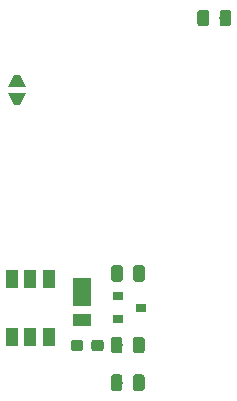
<source format=gtp>
G04 #@! TF.GenerationSoftware,KiCad,Pcbnew,(5.0.0-3-g5ebb6b6)*
G04 #@! TF.CreationDate,2018-08-30T23:55:37+02:00*
G04 #@! TF.ProjectId,PTL-IR_remote,50544C2D49525F72656D6F74652E6B69,v1.1*
G04 #@! TF.SameCoordinates,PXa4b7f80PY71d9820*
G04 #@! TF.FileFunction,Paste,Top*
G04 #@! TF.FilePolarity,Positive*
%FSLAX46Y46*%
G04 Gerber Fmt 4.6, Leading zero omitted, Abs format (unit mm)*
G04 Created by KiCad (PCBNEW (5.0.0-3-g5ebb6b6)) date 2018 August 30, Thursday 23:55:37*
%MOMM*%
%LPD*%
G01*
G04 APERTURE LIST*
%ADD10R,0.900000X0.800000*%
%ADD11C,0.100000*%
%ADD12C,0.975000*%
%ADD13R,1.000000X1.500000*%
%ADD14C,0.950000*%
%ADD15R,1.500000X2.400000*%
%ADD16R,1.500000X1.050000*%
%ADD17C,0.894426*%
G04 APERTURE END LIST*
D10*
G04 #@! TO.C,Q1*
X13900000Y8950000D03*
X13900000Y7050000D03*
X15900000Y8000000D03*
G04 #@! TD*
D11*
G04 #@! TO.C,R5*
G36*
X21392642Y33198826D02*
X21416303Y33195316D01*
X21439507Y33189504D01*
X21462029Y33181446D01*
X21483653Y33171218D01*
X21504170Y33158921D01*
X21523383Y33144671D01*
X21541107Y33128607D01*
X21557171Y33110883D01*
X21571421Y33091670D01*
X21583718Y33071153D01*
X21593946Y33049529D01*
X21602004Y33027007D01*
X21607816Y33003803D01*
X21611326Y32980142D01*
X21612500Y32956250D01*
X21612500Y32043750D01*
X21611326Y32019858D01*
X21607816Y31996197D01*
X21602004Y31972993D01*
X21593946Y31950471D01*
X21583718Y31928847D01*
X21571421Y31908330D01*
X21557171Y31889117D01*
X21541107Y31871393D01*
X21523383Y31855329D01*
X21504170Y31841079D01*
X21483653Y31828782D01*
X21462029Y31818554D01*
X21439507Y31810496D01*
X21416303Y31804684D01*
X21392642Y31801174D01*
X21368750Y31800000D01*
X20881250Y31800000D01*
X20857358Y31801174D01*
X20833697Y31804684D01*
X20810493Y31810496D01*
X20787971Y31818554D01*
X20766347Y31828782D01*
X20745830Y31841079D01*
X20726617Y31855329D01*
X20708893Y31871393D01*
X20692829Y31889117D01*
X20678579Y31908330D01*
X20666282Y31928847D01*
X20656054Y31950471D01*
X20647996Y31972993D01*
X20642184Y31996197D01*
X20638674Y32019858D01*
X20637500Y32043750D01*
X20637500Y32956250D01*
X20638674Y32980142D01*
X20642184Y33003803D01*
X20647996Y33027007D01*
X20656054Y33049529D01*
X20666282Y33071153D01*
X20678579Y33091670D01*
X20692829Y33110883D01*
X20708893Y33128607D01*
X20726617Y33144671D01*
X20745830Y33158921D01*
X20766347Y33171218D01*
X20787971Y33181446D01*
X20810493Y33189504D01*
X20833697Y33195316D01*
X20857358Y33198826D01*
X20881250Y33200000D01*
X21368750Y33200000D01*
X21392642Y33198826D01*
X21392642Y33198826D01*
G37*
D12*
X21125000Y32500000D03*
D11*
G36*
X23267642Y33198826D02*
X23291303Y33195316D01*
X23314507Y33189504D01*
X23337029Y33181446D01*
X23358653Y33171218D01*
X23379170Y33158921D01*
X23398383Y33144671D01*
X23416107Y33128607D01*
X23432171Y33110883D01*
X23446421Y33091670D01*
X23458718Y33071153D01*
X23468946Y33049529D01*
X23477004Y33027007D01*
X23482816Y33003803D01*
X23486326Y32980142D01*
X23487500Y32956250D01*
X23487500Y32043750D01*
X23486326Y32019858D01*
X23482816Y31996197D01*
X23477004Y31972993D01*
X23468946Y31950471D01*
X23458718Y31928847D01*
X23446421Y31908330D01*
X23432171Y31889117D01*
X23416107Y31871393D01*
X23398383Y31855329D01*
X23379170Y31841079D01*
X23358653Y31828782D01*
X23337029Y31818554D01*
X23314507Y31810496D01*
X23291303Y31804684D01*
X23267642Y31801174D01*
X23243750Y31800000D01*
X22756250Y31800000D01*
X22732358Y31801174D01*
X22708697Y31804684D01*
X22685493Y31810496D01*
X22662971Y31818554D01*
X22641347Y31828782D01*
X22620830Y31841079D01*
X22601617Y31855329D01*
X22583893Y31871393D01*
X22567829Y31889117D01*
X22553579Y31908330D01*
X22541282Y31928847D01*
X22531054Y31950471D01*
X22522996Y31972993D01*
X22517184Y31996197D01*
X22513674Y32019858D01*
X22512500Y32043750D01*
X22512500Y32956250D01*
X22513674Y32980142D01*
X22517184Y33003803D01*
X22522996Y33027007D01*
X22531054Y33049529D01*
X22541282Y33071153D01*
X22553579Y33091670D01*
X22567829Y33110883D01*
X22583893Y33128607D01*
X22601617Y33144671D01*
X22620830Y33158921D01*
X22641347Y33171218D01*
X22662971Y33181446D01*
X22685493Y33189504D01*
X22708697Y33195316D01*
X22732358Y33198826D01*
X22756250Y33200000D01*
X23243750Y33200000D01*
X23267642Y33198826D01*
X23267642Y33198826D01*
G37*
D12*
X23000000Y32500000D03*
G04 #@! TD*
D11*
G04 #@! TO.C,R1*
G36*
X15955142Y11598826D02*
X15978803Y11595316D01*
X16002007Y11589504D01*
X16024529Y11581446D01*
X16046153Y11571218D01*
X16066670Y11558921D01*
X16085883Y11544671D01*
X16103607Y11528607D01*
X16119671Y11510883D01*
X16133921Y11491670D01*
X16146218Y11471153D01*
X16156446Y11449529D01*
X16164504Y11427007D01*
X16170316Y11403803D01*
X16173826Y11380142D01*
X16175000Y11356250D01*
X16175000Y10443750D01*
X16173826Y10419858D01*
X16170316Y10396197D01*
X16164504Y10372993D01*
X16156446Y10350471D01*
X16146218Y10328847D01*
X16133921Y10308330D01*
X16119671Y10289117D01*
X16103607Y10271393D01*
X16085883Y10255329D01*
X16066670Y10241079D01*
X16046153Y10228782D01*
X16024529Y10218554D01*
X16002007Y10210496D01*
X15978803Y10204684D01*
X15955142Y10201174D01*
X15931250Y10200000D01*
X15443750Y10200000D01*
X15419858Y10201174D01*
X15396197Y10204684D01*
X15372993Y10210496D01*
X15350471Y10218554D01*
X15328847Y10228782D01*
X15308330Y10241079D01*
X15289117Y10255329D01*
X15271393Y10271393D01*
X15255329Y10289117D01*
X15241079Y10308330D01*
X15228782Y10328847D01*
X15218554Y10350471D01*
X15210496Y10372993D01*
X15204684Y10396197D01*
X15201174Y10419858D01*
X15200000Y10443750D01*
X15200000Y11356250D01*
X15201174Y11380142D01*
X15204684Y11403803D01*
X15210496Y11427007D01*
X15218554Y11449529D01*
X15228782Y11471153D01*
X15241079Y11491670D01*
X15255329Y11510883D01*
X15271393Y11528607D01*
X15289117Y11544671D01*
X15308330Y11558921D01*
X15328847Y11571218D01*
X15350471Y11581446D01*
X15372993Y11589504D01*
X15396197Y11595316D01*
X15419858Y11598826D01*
X15443750Y11600000D01*
X15931250Y11600000D01*
X15955142Y11598826D01*
X15955142Y11598826D01*
G37*
D12*
X15687500Y10900000D03*
D11*
G36*
X14080142Y11598826D02*
X14103803Y11595316D01*
X14127007Y11589504D01*
X14149529Y11581446D01*
X14171153Y11571218D01*
X14191670Y11558921D01*
X14210883Y11544671D01*
X14228607Y11528607D01*
X14244671Y11510883D01*
X14258921Y11491670D01*
X14271218Y11471153D01*
X14281446Y11449529D01*
X14289504Y11427007D01*
X14295316Y11403803D01*
X14298826Y11380142D01*
X14300000Y11356250D01*
X14300000Y10443750D01*
X14298826Y10419858D01*
X14295316Y10396197D01*
X14289504Y10372993D01*
X14281446Y10350471D01*
X14271218Y10328847D01*
X14258921Y10308330D01*
X14244671Y10289117D01*
X14228607Y10271393D01*
X14210883Y10255329D01*
X14191670Y10241079D01*
X14171153Y10228782D01*
X14149529Y10218554D01*
X14127007Y10210496D01*
X14103803Y10204684D01*
X14080142Y10201174D01*
X14056250Y10200000D01*
X13568750Y10200000D01*
X13544858Y10201174D01*
X13521197Y10204684D01*
X13497993Y10210496D01*
X13475471Y10218554D01*
X13453847Y10228782D01*
X13433330Y10241079D01*
X13414117Y10255329D01*
X13396393Y10271393D01*
X13380329Y10289117D01*
X13366079Y10308330D01*
X13353782Y10328847D01*
X13343554Y10350471D01*
X13335496Y10372993D01*
X13329684Y10396197D01*
X13326174Y10419858D01*
X13325000Y10443750D01*
X13325000Y11356250D01*
X13326174Y11380142D01*
X13329684Y11403803D01*
X13335496Y11427007D01*
X13343554Y11449529D01*
X13353782Y11471153D01*
X13366079Y11491670D01*
X13380329Y11510883D01*
X13396393Y11528607D01*
X13414117Y11544671D01*
X13433330Y11558921D01*
X13453847Y11571218D01*
X13475471Y11581446D01*
X13497993Y11589504D01*
X13521197Y11595316D01*
X13544858Y11598826D01*
X13568750Y11600000D01*
X14056250Y11600000D01*
X14080142Y11598826D01*
X14080142Y11598826D01*
G37*
D12*
X13812500Y10900000D03*
G04 #@! TD*
D11*
G04 #@! TO.C,R2*
G36*
X14062142Y5524826D02*
X14085803Y5521316D01*
X14109007Y5515504D01*
X14131529Y5507446D01*
X14153153Y5497218D01*
X14173670Y5484921D01*
X14192883Y5470671D01*
X14210607Y5454607D01*
X14226671Y5436883D01*
X14240921Y5417670D01*
X14253218Y5397153D01*
X14263446Y5375529D01*
X14271504Y5353007D01*
X14277316Y5329803D01*
X14280826Y5306142D01*
X14282000Y5282250D01*
X14282000Y4369750D01*
X14280826Y4345858D01*
X14277316Y4322197D01*
X14271504Y4298993D01*
X14263446Y4276471D01*
X14253218Y4254847D01*
X14240921Y4234330D01*
X14226671Y4215117D01*
X14210607Y4197393D01*
X14192883Y4181329D01*
X14173670Y4167079D01*
X14153153Y4154782D01*
X14131529Y4144554D01*
X14109007Y4136496D01*
X14085803Y4130684D01*
X14062142Y4127174D01*
X14038250Y4126000D01*
X13550750Y4126000D01*
X13526858Y4127174D01*
X13503197Y4130684D01*
X13479993Y4136496D01*
X13457471Y4144554D01*
X13435847Y4154782D01*
X13415330Y4167079D01*
X13396117Y4181329D01*
X13378393Y4197393D01*
X13362329Y4215117D01*
X13348079Y4234330D01*
X13335782Y4254847D01*
X13325554Y4276471D01*
X13317496Y4298993D01*
X13311684Y4322197D01*
X13308174Y4345858D01*
X13307000Y4369750D01*
X13307000Y5282250D01*
X13308174Y5306142D01*
X13311684Y5329803D01*
X13317496Y5353007D01*
X13325554Y5375529D01*
X13335782Y5397153D01*
X13348079Y5417670D01*
X13362329Y5436883D01*
X13378393Y5454607D01*
X13396117Y5470671D01*
X13415330Y5484921D01*
X13435847Y5497218D01*
X13457471Y5507446D01*
X13479993Y5515504D01*
X13503197Y5521316D01*
X13526858Y5524826D01*
X13550750Y5526000D01*
X14038250Y5526000D01*
X14062142Y5524826D01*
X14062142Y5524826D01*
G37*
D12*
X13794500Y4826000D03*
D11*
G36*
X15937142Y5524826D02*
X15960803Y5521316D01*
X15984007Y5515504D01*
X16006529Y5507446D01*
X16028153Y5497218D01*
X16048670Y5484921D01*
X16067883Y5470671D01*
X16085607Y5454607D01*
X16101671Y5436883D01*
X16115921Y5417670D01*
X16128218Y5397153D01*
X16138446Y5375529D01*
X16146504Y5353007D01*
X16152316Y5329803D01*
X16155826Y5306142D01*
X16157000Y5282250D01*
X16157000Y4369750D01*
X16155826Y4345858D01*
X16152316Y4322197D01*
X16146504Y4298993D01*
X16138446Y4276471D01*
X16128218Y4254847D01*
X16115921Y4234330D01*
X16101671Y4215117D01*
X16085607Y4197393D01*
X16067883Y4181329D01*
X16048670Y4167079D01*
X16028153Y4154782D01*
X16006529Y4144554D01*
X15984007Y4136496D01*
X15960803Y4130684D01*
X15937142Y4127174D01*
X15913250Y4126000D01*
X15425750Y4126000D01*
X15401858Y4127174D01*
X15378197Y4130684D01*
X15354993Y4136496D01*
X15332471Y4144554D01*
X15310847Y4154782D01*
X15290330Y4167079D01*
X15271117Y4181329D01*
X15253393Y4197393D01*
X15237329Y4215117D01*
X15223079Y4234330D01*
X15210782Y4254847D01*
X15200554Y4276471D01*
X15192496Y4298993D01*
X15186684Y4322197D01*
X15183174Y4345858D01*
X15182000Y4369750D01*
X15182000Y5282250D01*
X15183174Y5306142D01*
X15186684Y5329803D01*
X15192496Y5353007D01*
X15200554Y5375529D01*
X15210782Y5397153D01*
X15223079Y5417670D01*
X15237329Y5436883D01*
X15253393Y5454607D01*
X15271117Y5470671D01*
X15290330Y5484921D01*
X15310847Y5497218D01*
X15332471Y5507446D01*
X15354993Y5515504D01*
X15378197Y5521316D01*
X15401858Y5524826D01*
X15425750Y5526000D01*
X15913250Y5526000D01*
X15937142Y5524826D01*
X15937142Y5524826D01*
G37*
D12*
X15669500Y4826000D03*
G04 #@! TD*
D11*
G04 #@! TO.C,R4*
G36*
X15937142Y2349826D02*
X15960803Y2346316D01*
X15984007Y2340504D01*
X16006529Y2332446D01*
X16028153Y2322218D01*
X16048670Y2309921D01*
X16067883Y2295671D01*
X16085607Y2279607D01*
X16101671Y2261883D01*
X16115921Y2242670D01*
X16128218Y2222153D01*
X16138446Y2200529D01*
X16146504Y2178007D01*
X16152316Y2154803D01*
X16155826Y2131142D01*
X16157000Y2107250D01*
X16157000Y1194750D01*
X16155826Y1170858D01*
X16152316Y1147197D01*
X16146504Y1123993D01*
X16138446Y1101471D01*
X16128218Y1079847D01*
X16115921Y1059330D01*
X16101671Y1040117D01*
X16085607Y1022393D01*
X16067883Y1006329D01*
X16048670Y992079D01*
X16028153Y979782D01*
X16006529Y969554D01*
X15984007Y961496D01*
X15960803Y955684D01*
X15937142Y952174D01*
X15913250Y951000D01*
X15425750Y951000D01*
X15401858Y952174D01*
X15378197Y955684D01*
X15354993Y961496D01*
X15332471Y969554D01*
X15310847Y979782D01*
X15290330Y992079D01*
X15271117Y1006329D01*
X15253393Y1022393D01*
X15237329Y1040117D01*
X15223079Y1059330D01*
X15210782Y1079847D01*
X15200554Y1101471D01*
X15192496Y1123993D01*
X15186684Y1147197D01*
X15183174Y1170858D01*
X15182000Y1194750D01*
X15182000Y2107250D01*
X15183174Y2131142D01*
X15186684Y2154803D01*
X15192496Y2178007D01*
X15200554Y2200529D01*
X15210782Y2222153D01*
X15223079Y2242670D01*
X15237329Y2261883D01*
X15253393Y2279607D01*
X15271117Y2295671D01*
X15290330Y2309921D01*
X15310847Y2322218D01*
X15332471Y2332446D01*
X15354993Y2340504D01*
X15378197Y2346316D01*
X15401858Y2349826D01*
X15425750Y2351000D01*
X15913250Y2351000D01*
X15937142Y2349826D01*
X15937142Y2349826D01*
G37*
D12*
X15669500Y1651000D03*
D11*
G36*
X14062142Y2349826D02*
X14085803Y2346316D01*
X14109007Y2340504D01*
X14131529Y2332446D01*
X14153153Y2322218D01*
X14173670Y2309921D01*
X14192883Y2295671D01*
X14210607Y2279607D01*
X14226671Y2261883D01*
X14240921Y2242670D01*
X14253218Y2222153D01*
X14263446Y2200529D01*
X14271504Y2178007D01*
X14277316Y2154803D01*
X14280826Y2131142D01*
X14282000Y2107250D01*
X14282000Y1194750D01*
X14280826Y1170858D01*
X14277316Y1147197D01*
X14271504Y1123993D01*
X14263446Y1101471D01*
X14253218Y1079847D01*
X14240921Y1059330D01*
X14226671Y1040117D01*
X14210607Y1022393D01*
X14192883Y1006329D01*
X14173670Y992079D01*
X14153153Y979782D01*
X14131529Y969554D01*
X14109007Y961496D01*
X14085803Y955684D01*
X14062142Y952174D01*
X14038250Y951000D01*
X13550750Y951000D01*
X13526858Y952174D01*
X13503197Y955684D01*
X13479993Y961496D01*
X13457471Y969554D01*
X13435847Y979782D01*
X13415330Y992079D01*
X13396117Y1006329D01*
X13378393Y1022393D01*
X13362329Y1040117D01*
X13348079Y1059330D01*
X13335782Y1079847D01*
X13325554Y1101471D01*
X13317496Y1123993D01*
X13311684Y1147197D01*
X13308174Y1170858D01*
X13307000Y1194750D01*
X13307000Y2107250D01*
X13308174Y2131142D01*
X13311684Y2154803D01*
X13317496Y2178007D01*
X13325554Y2200529D01*
X13335782Y2222153D01*
X13348079Y2242670D01*
X13362329Y2261883D01*
X13378393Y2279607D01*
X13396117Y2295671D01*
X13415330Y2309921D01*
X13435847Y2322218D01*
X13457471Y2332446D01*
X13479993Y2340504D01*
X13503197Y2346316D01*
X13526858Y2349826D01*
X13550750Y2351000D01*
X14038250Y2351000D01*
X14062142Y2349826D01*
X14062142Y2349826D01*
G37*
D12*
X13794500Y1651000D03*
G04 #@! TD*
D13*
G04 #@! TO.C,D4*
X4900000Y5550000D03*
X6500000Y5550000D03*
X8100000Y5550000D03*
X4900000Y10450000D03*
X6500000Y10450000D03*
X8100000Y10450000D03*
G04 #@! TD*
D11*
G04 #@! TO.C,C1*
G36*
X12485779Y5273856D02*
X12508834Y5270437D01*
X12531443Y5264773D01*
X12553387Y5256921D01*
X12574457Y5246956D01*
X12594448Y5234974D01*
X12613168Y5221090D01*
X12630438Y5205438D01*
X12646090Y5188168D01*
X12659974Y5169448D01*
X12671956Y5149457D01*
X12681921Y5128387D01*
X12689773Y5106443D01*
X12695437Y5083834D01*
X12698856Y5060779D01*
X12700000Y5037500D01*
X12700000Y4562500D01*
X12698856Y4539221D01*
X12695437Y4516166D01*
X12689773Y4493557D01*
X12681921Y4471613D01*
X12671956Y4450543D01*
X12659974Y4430552D01*
X12646090Y4411832D01*
X12630438Y4394562D01*
X12613168Y4378910D01*
X12594448Y4365026D01*
X12574457Y4353044D01*
X12553387Y4343079D01*
X12531443Y4335227D01*
X12508834Y4329563D01*
X12485779Y4326144D01*
X12462500Y4325000D01*
X11887500Y4325000D01*
X11864221Y4326144D01*
X11841166Y4329563D01*
X11818557Y4335227D01*
X11796613Y4343079D01*
X11775543Y4353044D01*
X11755552Y4365026D01*
X11736832Y4378910D01*
X11719562Y4394562D01*
X11703910Y4411832D01*
X11690026Y4430552D01*
X11678044Y4450543D01*
X11668079Y4471613D01*
X11660227Y4493557D01*
X11654563Y4516166D01*
X11651144Y4539221D01*
X11650000Y4562500D01*
X11650000Y5037500D01*
X11651144Y5060779D01*
X11654563Y5083834D01*
X11660227Y5106443D01*
X11668079Y5128387D01*
X11678044Y5149457D01*
X11690026Y5169448D01*
X11703910Y5188168D01*
X11719562Y5205438D01*
X11736832Y5221090D01*
X11755552Y5234974D01*
X11775543Y5246956D01*
X11796613Y5256921D01*
X11818557Y5264773D01*
X11841166Y5270437D01*
X11864221Y5273856D01*
X11887500Y5275000D01*
X12462500Y5275000D01*
X12485779Y5273856D01*
X12485779Y5273856D01*
G37*
D14*
X12175000Y4800000D03*
D11*
G36*
X10735779Y5273856D02*
X10758834Y5270437D01*
X10781443Y5264773D01*
X10803387Y5256921D01*
X10824457Y5246956D01*
X10844448Y5234974D01*
X10863168Y5221090D01*
X10880438Y5205438D01*
X10896090Y5188168D01*
X10909974Y5169448D01*
X10921956Y5149457D01*
X10931921Y5128387D01*
X10939773Y5106443D01*
X10945437Y5083834D01*
X10948856Y5060779D01*
X10950000Y5037500D01*
X10950000Y4562500D01*
X10948856Y4539221D01*
X10945437Y4516166D01*
X10939773Y4493557D01*
X10931921Y4471613D01*
X10921956Y4450543D01*
X10909974Y4430552D01*
X10896090Y4411832D01*
X10880438Y4394562D01*
X10863168Y4378910D01*
X10844448Y4365026D01*
X10824457Y4353044D01*
X10803387Y4343079D01*
X10781443Y4335227D01*
X10758834Y4329563D01*
X10735779Y4326144D01*
X10712500Y4325000D01*
X10137500Y4325000D01*
X10114221Y4326144D01*
X10091166Y4329563D01*
X10068557Y4335227D01*
X10046613Y4343079D01*
X10025543Y4353044D01*
X10005552Y4365026D01*
X9986832Y4378910D01*
X9969562Y4394562D01*
X9953910Y4411832D01*
X9940026Y4430552D01*
X9928044Y4450543D01*
X9918079Y4471613D01*
X9910227Y4493557D01*
X9904563Y4516166D01*
X9901144Y4539221D01*
X9900000Y4562500D01*
X9900000Y5037500D01*
X9901144Y5060779D01*
X9904563Y5083834D01*
X9910227Y5106443D01*
X9918079Y5128387D01*
X9928044Y5149457D01*
X9940026Y5169448D01*
X9953910Y5188168D01*
X9969562Y5205438D01*
X9986832Y5221090D01*
X10005552Y5234974D01*
X10025543Y5246956D01*
X10046613Y5256921D01*
X10068557Y5264773D01*
X10091166Y5270437D01*
X10114221Y5273856D01*
X10137500Y5275000D01*
X10712500Y5275000D01*
X10735779Y5273856D01*
X10735779Y5273856D01*
G37*
D14*
X10425000Y4800000D03*
G04 #@! TD*
D15*
G04 #@! TO.C,D3*
X10900000Y9300000D03*
D16*
X10900000Y6925000D03*
G04 #@! TD*
D17*
G04 #@! TO.C,JP1*
X5334000Y27154000D03*
D11*
G36*
X6084000Y26654000D02*
X4584000Y26654000D01*
X5084000Y27654000D01*
X5584000Y27654000D01*
X6084000Y26654000D01*
X6084000Y26654000D01*
G37*
D17*
X5334000Y25654000D03*
D11*
G36*
X5584000Y25154000D02*
X5084000Y25154000D01*
X4584000Y26154000D01*
X6084000Y26154000D01*
X5584000Y25154000D01*
X5584000Y25154000D01*
G37*
G04 #@! TD*
M02*

</source>
